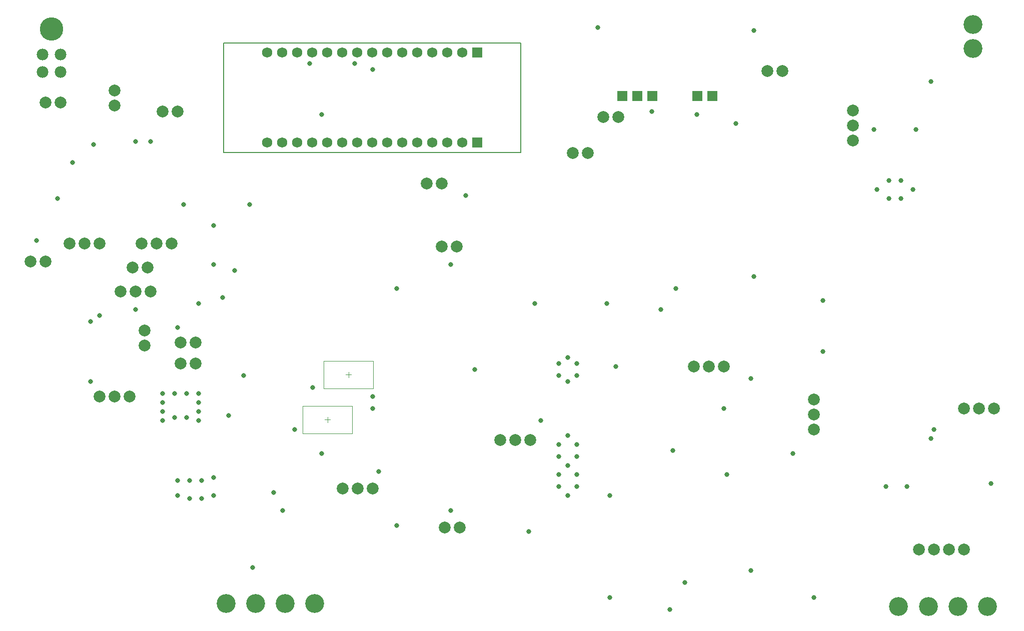
<source format=gbs>
G04*
G04 #@! TF.GenerationSoftware,Altium Limited,Altium Designer,22.8.2 (66)*
G04*
G04 Layer_Color=16711935*
%FSLAX25Y25*%
%MOIN*%
G70*
G04*
G04 #@! TF.SameCoordinates,BEF1E4EC-90C0-4ACD-898C-557356F843F1*
G04*
G04*
G04 #@! TF.FilePolarity,Negative*
G04*
G01*
G75*
%ADD16C,0.00500*%
%ADD19C,0.00197*%
%ADD20C,0.00394*%
%ADD71C,0.07887*%
%ADD72C,0.06824*%
%ADD73R,0.06824X0.06824*%
%ADD74C,0.07800*%
%ADD75C,0.15600*%
%ADD76C,0.12611*%
%ADD77R,0.06800X0.06800*%
%ADD78C,0.03300*%
D16*
X164941Y338764D02*
Y411756D01*
Y338764D02*
X362933D01*
Y411756D01*
X164941D02*
X362933D01*
X164941Y338764D02*
Y411756D01*
Y338764D02*
X362933D01*
Y411756D01*
X164941D02*
X362933D01*
D19*
X217465Y151285D02*
Y169789D01*
X250535Y151285D02*
Y169789D01*
X217465D02*
X250535D01*
X217465Y151285D02*
X250535D01*
X231465Y181285D02*
Y199789D01*
X264535Y181285D02*
Y199789D01*
X231465D02*
X264535D01*
X231465Y181285D02*
X264535D01*
D20*
X232031Y160537D02*
X235968D01*
X234000Y158569D02*
Y162505D01*
X246031Y190537D02*
X249969D01*
X248000Y188568D02*
Y192506D01*
D71*
X112000Y220000D02*
D03*
Y210000D02*
D03*
X102000Y176000D02*
D03*
X92000D02*
D03*
X82000D02*
D03*
X96000Y246000D02*
D03*
X106000D02*
D03*
X116000D02*
D03*
X82000Y278000D02*
D03*
X72000D02*
D03*
X62000D02*
D03*
X110000D02*
D03*
X120000D02*
D03*
X130000D02*
D03*
X46000Y266000D02*
D03*
X36000D02*
D03*
X124000Y366000D02*
D03*
X134000D02*
D03*
X56000Y372000D02*
D03*
X46000D02*
D03*
X300000Y318000D02*
D03*
X310000D02*
D03*
X92000Y370000D02*
D03*
Y380000D02*
D03*
X114000Y262000D02*
D03*
X104000D02*
D03*
X136000Y198000D02*
D03*
X146000D02*
D03*
X136000Y212000D02*
D03*
X146000D02*
D03*
X558000Y154126D02*
D03*
Y164126D02*
D03*
Y174126D02*
D03*
X498000Y196126D02*
D03*
X488000D02*
D03*
X478000D02*
D03*
X628000Y74000D02*
D03*
X638000D02*
D03*
X648000D02*
D03*
X658000D02*
D03*
X322000Y88537D02*
D03*
X312000D02*
D03*
X369200Y147137D02*
D03*
X359200D02*
D03*
X349200D02*
D03*
X264000Y114537D02*
D03*
X254000D02*
D03*
X244000D02*
D03*
X320000Y276000D02*
D03*
X310000D02*
D03*
X427700Y362200D02*
D03*
X417700D02*
D03*
X537200Y393000D02*
D03*
X527200D02*
D03*
X584300Y366800D02*
D03*
Y356800D02*
D03*
Y346800D02*
D03*
X397500Y338400D02*
D03*
X407500D02*
D03*
X658000Y168000D02*
D03*
X668000D02*
D03*
X678000D02*
D03*
D72*
X193937Y345260D02*
D03*
Y405260D02*
D03*
X203937Y345260D02*
D03*
Y405260D02*
D03*
X213937Y345260D02*
D03*
Y405260D02*
D03*
X223937Y345260D02*
D03*
Y405260D02*
D03*
X233937Y345260D02*
D03*
Y405260D02*
D03*
X243937Y345260D02*
D03*
Y405260D02*
D03*
X253937Y345260D02*
D03*
Y405260D02*
D03*
X263937Y345260D02*
D03*
Y405260D02*
D03*
X273937Y345260D02*
D03*
Y405260D02*
D03*
X283937Y345260D02*
D03*
Y405260D02*
D03*
X293937Y345260D02*
D03*
Y405260D02*
D03*
X303937Y345260D02*
D03*
Y405260D02*
D03*
X313937Y345260D02*
D03*
Y405260D02*
D03*
X323937Y345260D02*
D03*
Y405260D02*
D03*
D73*
X333937Y345260D02*
D03*
Y405260D02*
D03*
D74*
X56000Y392200D02*
D03*
X44200D02*
D03*
Y404000D02*
D03*
X56000D02*
D03*
D75*
X50100Y421000D02*
D03*
D76*
X166315Y38000D02*
D03*
X225370D02*
D03*
X205685D02*
D03*
X186000D02*
D03*
X614630Y36000D02*
D03*
X673685D02*
D03*
X654000D02*
D03*
X634315D02*
D03*
X664000Y424000D02*
D03*
Y408000D02*
D03*
D77*
X490401Y376438D02*
D03*
X480401D02*
D03*
X450401D02*
D03*
X440401D02*
D03*
X430401D02*
D03*
D78*
X626000Y354000D02*
D03*
X64000Y332000D02*
D03*
X76000Y186000D02*
D03*
X82000Y230000D02*
D03*
X76000Y226000D02*
D03*
X164000Y242000D02*
D03*
X106000Y234000D02*
D03*
X78000Y344000D02*
D03*
X116000Y346000D02*
D03*
X230000Y364000D02*
D03*
X264000Y394000D02*
D03*
X222000Y398000D02*
D03*
X252000D02*
D03*
X124000Y172000D02*
D03*
Y166000D02*
D03*
Y160000D02*
D03*
Y178000D02*
D03*
X132000D02*
D03*
Y162000D02*
D03*
X140000D02*
D03*
Y178000D02*
D03*
X134000Y222000D02*
D03*
X148000Y238000D02*
D03*
X172000Y260000D02*
D03*
X158000Y264000D02*
D03*
Y290000D02*
D03*
X138000Y304000D02*
D03*
X182000D02*
D03*
X326000Y310000D02*
D03*
X40000Y280000D02*
D03*
X54000Y308000D02*
D03*
X106000Y346000D02*
D03*
X394000Y130000D02*
D03*
X388000Y198000D02*
D03*
X394000Y110000D02*
D03*
Y202000D02*
D03*
Y186000D02*
D03*
Y150000D02*
D03*
X400000Y198000D02*
D03*
Y190000D02*
D03*
X388000D02*
D03*
X400000Y136000D02*
D03*
X388000D02*
D03*
X400000Y144000D02*
D03*
X388000D02*
D03*
X400000Y124000D02*
D03*
X388000D02*
D03*
X400000Y116000D02*
D03*
X388000D02*
D03*
X608000Y320000D02*
D03*
X466000Y248000D02*
D03*
X516000Y188000D02*
D03*
X564000Y206000D02*
D03*
Y240000D02*
D03*
X518000Y256000D02*
D03*
X422000Y110000D02*
D03*
X464000Y140000D02*
D03*
X462000Y34000D02*
D03*
X422000Y42000D02*
D03*
X456000Y234000D02*
D03*
X420000Y238000D02*
D03*
X426000Y196000D02*
D03*
X500000Y124000D02*
D03*
X498000Y168000D02*
D03*
X472000Y52000D02*
D03*
X516000Y60000D02*
D03*
X558000Y42000D02*
D03*
X544000Y138000D02*
D03*
X676000Y118000D02*
D03*
X624000Y314000D02*
D03*
X600000D02*
D03*
X616000Y320000D02*
D03*
Y308000D02*
D03*
X608000D02*
D03*
X184000Y62000D02*
D03*
X168000Y163463D02*
D03*
X148000Y160000D02*
D03*
Y166000D02*
D03*
Y172000D02*
D03*
Y178000D02*
D03*
X134000Y120000D02*
D03*
X158000Y110000D02*
D03*
X134000D02*
D03*
X142000Y108000D02*
D03*
Y120000D02*
D03*
X150000Y108000D02*
D03*
Y120000D02*
D03*
X158000Y122000D02*
D03*
X316000Y264000D02*
D03*
X280000Y248000D02*
D03*
Y90000D02*
D03*
X316000Y100000D02*
D03*
X204000D02*
D03*
X198000Y112000D02*
D03*
X268000Y126000D02*
D03*
X230000Y138000D02*
D03*
X212000Y154000D02*
D03*
X264000Y168000D02*
D03*
Y176000D02*
D03*
X224000Y182000D02*
D03*
X178000Y190000D02*
D03*
X332000Y194000D02*
D03*
X368000Y86000D02*
D03*
X372000Y238000D02*
D03*
X606000Y116000D02*
D03*
X376000Y160000D02*
D03*
X638000Y154000D02*
D03*
X636000Y148000D02*
D03*
X620000Y116000D02*
D03*
X518000Y420000D02*
D03*
X450000Y366000D02*
D03*
X636000Y386000D02*
D03*
X480000Y364000D02*
D03*
X506000Y358000D02*
D03*
X414000Y422000D02*
D03*
X598000Y354000D02*
D03*
M02*

</source>
